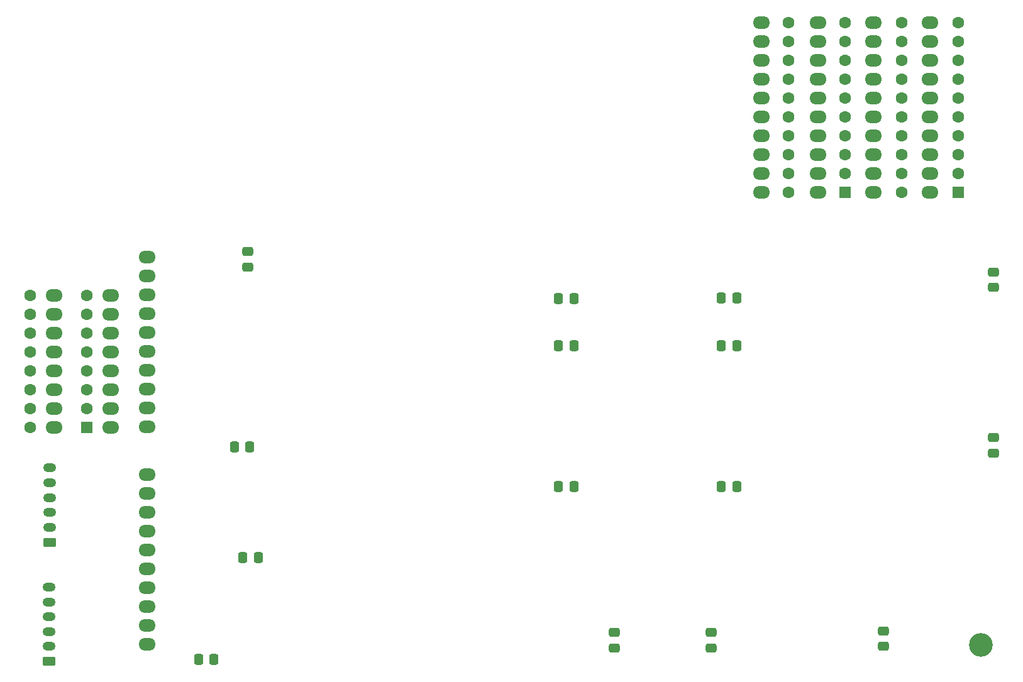
<source format=gbr>
%TF.GenerationSoftware,KiCad,Pcbnew,9.0.4*%
%TF.CreationDate,2025-12-15T16:32:28-04:00*%
%TF.ProjectId,RAMEXPB_V3,52414d45-5850-4425-9f56-332e6b696361,rev?*%
%TF.SameCoordinates,Original*%
%TF.FileFunction,Soldermask,Bot*%
%TF.FilePolarity,Negative*%
%FSLAX46Y46*%
G04 Gerber Fmt 4.6, Leading zero omitted, Abs format (unit mm)*
G04 Created by KiCad (PCBNEW 9.0.4) date 2025-12-15 16:32:28*
%MOMM*%
%LPD*%
G01*
G04 APERTURE LIST*
G04 Aperture macros list*
%AMRoundRect*
0 Rectangle with rounded corners*
0 $1 Rounding radius*
0 $2 $3 $4 $5 $6 $7 $8 $9 X,Y pos of 4 corners*
0 Add a 4 corners polygon primitive as box body*
4,1,4,$2,$3,$4,$5,$6,$7,$8,$9,$2,$3,0*
0 Add four circle primitives for the rounded corners*
1,1,$1+$1,$2,$3*
1,1,$1+$1,$4,$5*
1,1,$1+$1,$6,$7*
1,1,$1+$1,$8,$9*
0 Add four rect primitives between the rounded corners*
20,1,$1+$1,$2,$3,$4,$5,0*
20,1,$1+$1,$4,$5,$6,$7,0*
20,1,$1+$1,$6,$7,$8,$9,0*
20,1,$1+$1,$8,$9,$2,$3,0*%
G04 Aperture macros list end*
%ADD10RoundRect,0.250000X0.550000X0.550000X-0.550000X0.550000X-0.550000X-0.550000X0.550000X-0.550000X0*%
%ADD11C,1.600000*%
%ADD12C,3.200000*%
%ADD13RoundRect,0.250000X-0.337500X-0.475000X0.337500X-0.475000X0.337500X0.475000X-0.337500X0.475000X0*%
%ADD14O,2.300000X1.700000*%
%ADD15RoundRect,0.250000X0.475000X-0.337500X0.475000X0.337500X-0.475000X0.337500X-0.475000X-0.337500X0*%
%ADD16RoundRect,0.250000X-0.475000X0.337500X-0.475000X-0.337500X0.475000X-0.337500X0.475000X0.337500X0*%
%ADD17RoundRect,0.250000X0.337500X0.475000X-0.337500X0.475000X-0.337500X-0.475000X0.337500X-0.475000X0*%
%ADD18RoundRect,0.250000X0.625000X-0.350000X0.625000X0.350000X-0.625000X0.350000X-0.625000X-0.350000X0*%
%ADD19O,1.750000X1.200000*%
G04 APERTURE END LIST*
D10*
%TO.C,U13*%
X194000000Y-70631400D03*
D11*
X194000000Y-68091400D03*
X194000000Y-65551400D03*
X194000000Y-63011400D03*
X194000000Y-60471400D03*
X194000000Y-57931400D03*
X194000000Y-55391400D03*
X194000000Y-52851400D03*
X194000000Y-50311400D03*
X194000000Y-47771400D03*
X186380000Y-47771400D03*
X186380000Y-50311400D03*
X186380000Y-52851400D03*
X186380000Y-55391400D03*
X186380000Y-57931400D03*
X186380000Y-60471400D03*
X186380000Y-63011400D03*
X186380000Y-65551400D03*
X186380000Y-68091400D03*
X186380000Y-70631400D03*
%TD*%
D12*
%TO.C,H1*%
X197040000Y-131600000D03*
%TD*%
D10*
%TO.C,U12*%
X178810000Y-70631400D03*
D11*
X178810000Y-68091400D03*
X178810000Y-65551400D03*
X178810000Y-63011400D03*
X178810000Y-60471400D03*
X178810000Y-57931400D03*
X178810000Y-55391400D03*
X178810000Y-52851400D03*
X178810000Y-50311400D03*
X178810000Y-47771400D03*
X171190000Y-47771400D03*
X171190000Y-50311400D03*
X171190000Y-52851400D03*
X171190000Y-55391400D03*
X171190000Y-57931400D03*
X171190000Y-60471400D03*
X171190000Y-63011400D03*
X171190000Y-65551400D03*
X171190000Y-68091400D03*
X171190000Y-70631400D03*
%TD*%
D10*
%TO.C,J1*%
X76700000Y-102330000D03*
D11*
X76700000Y-99790000D03*
X76700000Y-97250000D03*
X76700000Y-94710000D03*
X76700000Y-92170000D03*
X76700000Y-89630000D03*
X76700000Y-87090000D03*
X76700000Y-84550000D03*
X69080000Y-84550000D03*
X69080000Y-87090000D03*
X69080000Y-89630000D03*
X69080000Y-92170000D03*
X69080000Y-94710000D03*
X69080000Y-97250000D03*
X69080000Y-99790000D03*
X69080000Y-102330000D03*
%TD*%
D13*
%TO.C,C6*%
X162117500Y-84935000D03*
X164192500Y-84935000D03*
%TD*%
D14*
%TO.C,J9*%
X84810000Y-79370000D03*
X84810000Y-81910000D03*
X84810000Y-84450000D03*
X84810000Y-86990000D03*
X84810000Y-89530000D03*
X84810000Y-92070000D03*
X84810000Y-94610000D03*
X84810000Y-97150000D03*
X84810000Y-99690000D03*
X84810000Y-102230000D03*
%TD*%
D15*
%TO.C,C4*%
X147715000Y-132052500D03*
X147715000Y-129977500D03*
%TD*%
D13*
%TO.C,C15*%
X97717500Y-119855000D03*
X99792500Y-119855000D03*
%TD*%
%TO.C,C8*%
X162117500Y-110335000D03*
X164192500Y-110335000D03*
%TD*%
D14*
%TO.C,J10*%
X84810000Y-108670000D03*
X84810000Y-111210000D03*
X84810000Y-113750000D03*
X84810000Y-116290000D03*
X84810000Y-118830000D03*
X84810000Y-121370000D03*
X84810000Y-123910000D03*
X84810000Y-126450000D03*
X84810000Y-128990000D03*
X84810000Y-131530000D03*
%TD*%
D15*
%TO.C,C5*%
X183995000Y-131832500D03*
X183995000Y-129757500D03*
%TD*%
D16*
%TO.C,C14*%
X98365000Y-78657500D03*
X98365000Y-80732500D03*
%TD*%
D13*
%TO.C,C2*%
X96567500Y-104945000D03*
X98642500Y-104945000D03*
%TD*%
D16*
%TO.C,C10*%
X198795000Y-103697500D03*
X198795000Y-105772500D03*
%TD*%
D13*
%TO.C,C13*%
X140182500Y-84950000D03*
X142257500Y-84950000D03*
%TD*%
D15*
%TO.C,C3*%
X160745000Y-132052500D03*
X160745000Y-129977500D03*
%TD*%
D14*
%TO.C,J5*%
X190260000Y-70631400D03*
X190260000Y-68091400D03*
X190260000Y-65551400D03*
X190260000Y-63011400D03*
X190260000Y-60471400D03*
X190260000Y-57931400D03*
X190260000Y-55391400D03*
X190260000Y-52851400D03*
X190260000Y-50311400D03*
X190260000Y-47771400D03*
X182640000Y-47771400D03*
X182640000Y-50311400D03*
X182640000Y-52851400D03*
X182640000Y-55391400D03*
X182640000Y-57931400D03*
X182640000Y-60471400D03*
X182640000Y-63011400D03*
X182640000Y-65551400D03*
X182640000Y-68091400D03*
X182640000Y-70631400D03*
%TD*%
D16*
%TO.C,C9*%
X198745000Y-81417500D03*
X198745000Y-83492500D03*
%TD*%
D17*
%TO.C,C16*%
X93792500Y-133605000D03*
X91717500Y-133605000D03*
%TD*%
D18*
%TO.C,J11*%
X71615000Y-133840000D03*
D19*
X71615000Y-131840000D03*
X71615000Y-129840000D03*
X71615000Y-127840000D03*
X71615000Y-125840000D03*
X71615000Y-123840000D03*
%TD*%
D13*
%TO.C,C11*%
X140182500Y-91330000D03*
X142257500Y-91330000D03*
%TD*%
%TO.C,C12*%
X140182500Y-110280000D03*
X142257500Y-110280000D03*
%TD*%
D14*
%TO.C,J4*%
X175110000Y-70631400D03*
X175110000Y-68091400D03*
X175110000Y-65551400D03*
X175110000Y-63011400D03*
X175110000Y-60471400D03*
X175110000Y-57931400D03*
X175110000Y-55391400D03*
X175110000Y-52851400D03*
X175110000Y-50311400D03*
X175110000Y-47771400D03*
X167490000Y-47771400D03*
X167490000Y-50311400D03*
X167490000Y-52851400D03*
X167490000Y-55391400D03*
X167490000Y-57931400D03*
X167490000Y-60471400D03*
X167490000Y-63011400D03*
X167490000Y-65551400D03*
X167490000Y-68091400D03*
X167490000Y-70631400D03*
%TD*%
D18*
%TO.C,J12*%
X71695000Y-117795000D03*
D19*
X71695000Y-115795000D03*
X71695000Y-113795000D03*
X71695000Y-111795000D03*
X71695000Y-109795000D03*
X71695000Y-107795000D03*
%TD*%
D14*
%TO.C,J8*%
X79875000Y-102335000D03*
X79875000Y-99795000D03*
X79875000Y-97255000D03*
X79875000Y-94715000D03*
X79875000Y-92175000D03*
X79875000Y-89635000D03*
X79875000Y-87095000D03*
X79875000Y-84555000D03*
X72255000Y-84555000D03*
X72255000Y-87095000D03*
X72255000Y-89635000D03*
X72255000Y-92175000D03*
X72255000Y-94715000D03*
X72255000Y-97255000D03*
X72255000Y-99795000D03*
X72255000Y-102335000D03*
%TD*%
D13*
%TO.C,C7*%
X162117500Y-91330000D03*
X164192500Y-91330000D03*
%TD*%
M02*

</source>
